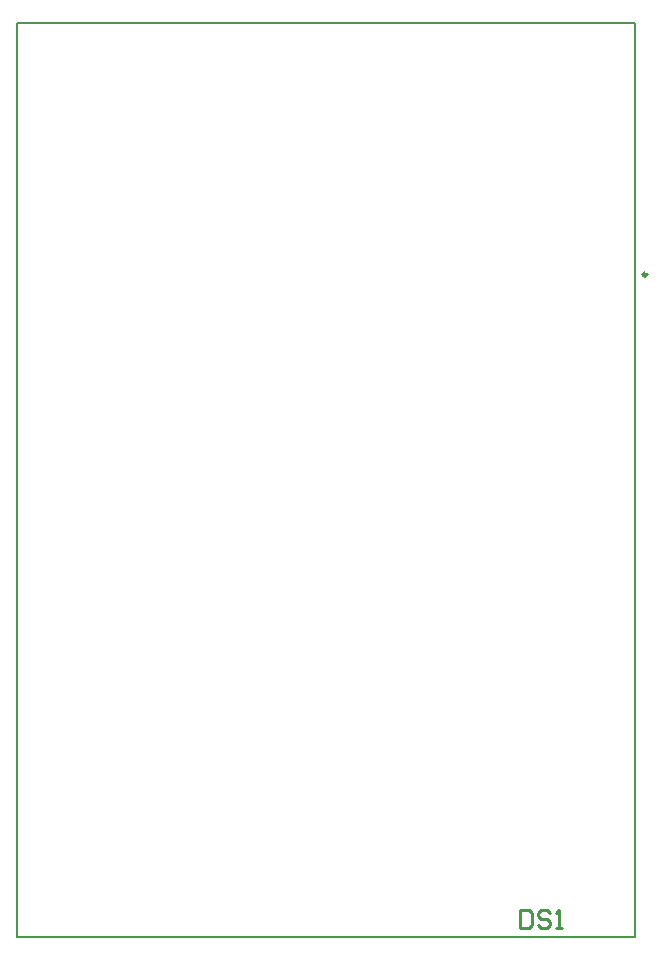
<source format=gbr>
%TF.GenerationSoftware,Altium Limited,Altium Designer,24.7.2 (38)*%
G04 Layer_Color=65535*
%FSLAX43Y43*%
%MOMM*%
%TF.SameCoordinates,6EE5CD54-FE70-432D-B01E-CA14D31D91FF*%
%TF.FilePolarity,Positive*%
%TF.FileFunction,Legend,Top*%
%TF.Part,Single*%
G01*
G75*
%TA.AperFunction,NonConductor*%
%ADD32C,0.300*%
%ADD33C,0.127*%
%ADD34C,0.254*%
D32*
X53966Y-21976D02*
G03*
X53966Y-21976I-150J0D01*
G01*
D33*
X616Y-676D02*
X53016D01*
Y-78076D02*
Y-676D01*
X616Y-78076D02*
Y-676D01*
Y-78076D02*
X53016D01*
D34*
X43223Y-75738D02*
Y-77262D01*
X43984D01*
X44238Y-77008D01*
Y-75992D01*
X43984Y-75738D01*
X43223D01*
X45762Y-75992D02*
X45508Y-75738D01*
X45000D01*
X44746Y-75992D01*
Y-76246D01*
X45000Y-76500D01*
X45508D01*
X45762Y-76754D01*
Y-77008D01*
X45508Y-77262D01*
X45000D01*
X44746Y-77008D01*
X46270Y-77262D02*
X46777D01*
X46524D01*
Y-75738D01*
X46270Y-75992D01*
%TF.MD5,712801d160798cda9bb0146044f6ac33*%
M02*

</source>
